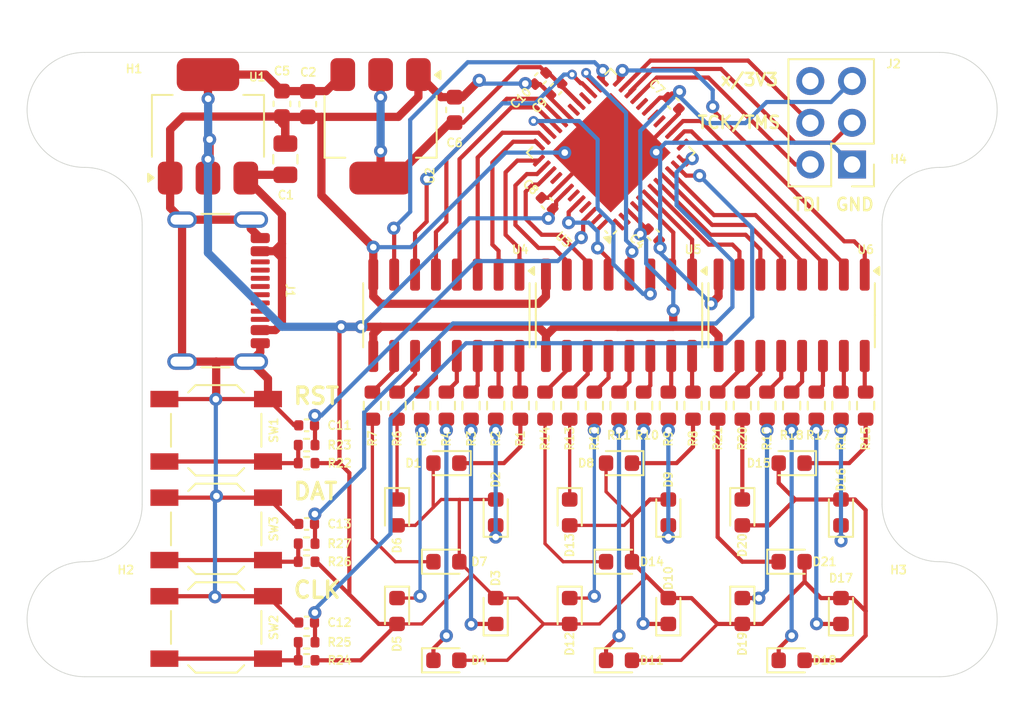
<source format=kicad_pcb>
(kicad_pcb (version 20240108) (generator "pcbnew") (generator_version "8.0")
  (layers (0 "F.Cu" signal) (31 "B.Cu" signal) (34 "B.Paste" user) (35 "F.Paste" user) (36 "B.SilkS" user "B.Silkscreen") (37 "F.SilkS" user "F.Silkscreen") (38 "B.Mask" user) (39 "F.Mask" user) (44 "Edge.Cuts" user))
  (net 0 "")
  (net 1 "GND")
  (net 2 "+3V3")
  (net 3 "Net-(D2-K)")
  (net 4 "Net-(D3-K)")
  (net 5 "Net-(D4-K)")
  (net 6 "Net-(D5-K)")
  (net 7 "Net-(D6-K)")
  (net 8 "Net-(D7-K)")
  (net 9 "Net-(D8-K)")
  (net 10 "Net-(D9-K)")
  (net 11 "Net-(D10-K)")
  (net 12 "Net-(D11-K)")
  (net 13 "Net-(D12-K)")
  (net 14 "Net-(D13-K)")
  (net 15 "Net-(D14-K)")
  (net 16 "Net-(D15-K)")
  (net 17 "Net-(D16-K)")
  (net 18 "Net-(D17-K)")
  (net 19 "Net-(D18-K)")
  (net 20 "Net-(D19-K)")
  (net 21 "Net-(D20-K)")
  (net 22 "Net-(D21-K)")
  (net 23 "Net-(R22-Pad1)")
  (net 24 "+5V")
  (net 25 "+1V8")
  (net 26 "/CLK")
  (net 27 "/DATA")
  (net 28 "/RST")
  (net 29 "Net-(D1-K)")
  (net 38 "/TMS")
  (net 40 "/TDI")
  (net 41 "/TCK")
  (net 42 "/Digit1/OUTA")
  (net 43 "/Digit1/OUTB")
  (net 44 "/Digit1/OUTC")
  (net 45 "/Digit1/OUTD")
  (net 46 "/Digit1/OUTE")
  (net 47 "/Digit1/OUTF")
  (net 48 "/Digit1/OUTG")
  (net 49 "/Digit2/OUTA")
  (net 50 "/Digit2/OUTB")
  (net 51 "/Digit2/OUTC")
  (net 52 "/Digit2/OUTD")
  (net 53 "/Digit2/OUTE")
  (net 54 "/Digit2/OUTF")
  (net 55 "/Digit2/OUTG")
  (net 56 "/Digit3/OUTA")
  (net 57 "/Digit3/OUTB")
  (net 58 "/Digit3/OUTC")
  (net 59 "/Digit3/OUTD")
  (net 60 "/Digit3/OUTE")
  (net 61 "/Digit3/OUTF")
  (net 62 "/Digit3/OUTG")
  (net 63 "Net-(R24-Pad1)")
  (net 64 "Net-(R26-Pad1)")
  (net 66 "/IN2E")
  (net 67 "/IN2G")
  (net 68 "/IN3E")
  (net 69 "/IN1G")
  (net 70 "/IN1B")
  (net 74 "/IN3G")
  (net 75 "/IN1E")
  (net 78 "/IN3B")
  (net 79 "/IN2F")
  (net 80 "/IN2A")
  (net 83 "/IN3F")
  (net 84 "/IN3D")
  (net 85 "/IN1D")
  (net 86 "/IN2D")
  (net 87 "/IN2C")
  (net 89 "/IN3A")
  (net 90 "/IN1C")
  (net 91 "/IN2B")
  (net 92 "/IN1A")
  (net 93 "/IN1F")
  (net 94 "/IN3C")
  (footprint "Resistor_SMD:R_0603_1608Metric" (layer "F.Cu") (at 138.5 68 90)
    (property "Reference" "R21")
    (property "Value" "120")
  )
  (footprint "Capacitor_SMD:C_0603_1608Metric" (layer "F.Cu") (at 122.5 50 90)
    (property "Reference" "C6")
    (property "Value" "22u")
  )
  (footprint "Resistor_SMD:R_0603_1608Metric" (layer "F.Cu") (at 122 68 90)
    (property "Reference" "R4")
    (property "Value" "120")
  )
  (footprint "Capacitor_SMD:C_0805_2012Metric" (layer "F.Cu") (at 112.207632 53 90)
    (property "Reference" "C1")
    (property "Value" "22u")
  )
  (footprint "Resistor_SMD:R_0603_1608Metric" (layer "F.Cu") (at 144.5 68 90)
    (property "Reference" "R17")
    (property "Value" "120")
  )
  (footprint "Capacitor_SMD:C_0402_1005Metric" (layer "F.Cu") (at 113.5 75.2 180)
    (property "Reference" "C13")
    (property "Value" "1u")
  )
  (footprint "LED_SMD:LED_0603_1608Metric" (layer "F.Cu") (at 125 80.5 90)
    (property "Reference" "D3")
    (property "Value" "LEDR")
  )
  (footprint "Resistor_SMD:R_0603_1608Metric" (layer "F.Cu") (at 140 68 90)
    (property "Reference" "R20")
    (property "Value" "120")
  )
  (footprint "LED_SMD:LED_0603_1608Metric" (layer "F.Cu") (at 129.5 80.5 -90)
    (property "Reference" "D12")
    (property "Value" "LEDR")
  )
  (footprint "LED_SMD:LED_0603_1608Metric" (layer "F.Cu") (at 132.5 77.5)
    (property "Reference" "D14")
    (property "Value" "LEDR")
  )
  (footprint "LED_SMD:LED_0603_1608Metric" (layer "F.Cu") (at 140 80.5 -90)
    (property "Reference" "D19")
    (property "Value" "LEDR")
  )
  (footprint "Resistor_SMD:R_0402_1005Metric" (layer "F.Cu") (at 113.5 82.4)
    (property "Reference" "R25")
    (property "Value" "10k")
  )
  (footprint "Resistor_SMD:R_0603_1608Metric" (layer "F.Cu") (at 131 68 90)
    (property "Reference" "R12")
    (property "Value" "120")
  )
  (footprint "Resistor_SMD:R_0402_1005Metric" (layer "F.Cu") (at 113.5 77.5)
    (property "Reference" "R26")
    (property "Value" "10k")
  )
  (footprint "MountingHole:MountingHole_3.2mm_M3" (layer "F.Cu") (at 100 50)
    (property "Reference" "H1")
    (property "Value" "MountingHole")
  )
  (footprint "Resistor_SMD:R_0603_1608Metric" (layer "F.Cu") (at 147.5 68 90)
    (property "Reference" "R15")
    (property "Value" "120")
  )
  (footprint "Package_DFN_QFN:QFN-48-1EP_7x7mm_P0.5mm_EP5.15x5.15mm" (layer "F.Cu") (at 132 52.6 135)
    (property "Reference" "U3")
    (property "Value" "XC2C64A-7QFG48C")
  )
  (footprint "Capacitor_SMD:C_0603_1608Metric" (layer "F.Cu") (at 113.570089 49.649684 -90)
    (property "Reference" "C2")
    (property "Value" "22u")
  )
  (footprint "Resistor_SMD:R_0603_1608Metric" (layer "F.Cu") (at 125 68 90)
    (property "Reference" "R2")
    (property "Value" "120")
  )
  (footprint "Resistor_SMD:R_0603_1608Metric" (layer "F.Cu") (at 132.5 68 90)
    (property "Reference" "R11")
    (property "Value" "120")
  )
  (footprint "LED_SMD:LED_0603_1608Metric" (layer "F.Cu") (at 119 80.5 -90)
    (property "Reference" "D5")
    (property "Value" "LEDR")
  )
  (footprint "Button_Switch_SMD:SW_SPST_TL3342" (layer "F.Cu") (at 108 75.5)
    (property "Reference" "SW3")
    (property "Value" "SW_Push")
  )
  (footprint "Capacitor_SMD:C_0402_1005Metric" (layer "F.Cu") (at 135.8 49.6 -45)
    (property "Reference" "C7")
    (property "Value" "100n")
  )
  (footprint "LED_SMD:LED_0603_1608Metric" (layer "F.Cu") (at 143 83.5)
    (property "Reference" "D18")
    (property "Value" "LEDR")
  )
  (footprint "MountingHole:MountingHole_3.2mm_M3" (layer "F.Cu") (at 152 81)
    (property "Reference" "H3")
    (property "Value" "MountingHole")
  )
  (footprint "Resistor_SMD:R_0402_1005Metric" (layer "F.Cu") (at 113.5 76.4)
    (property "Reference" "R27")
    (property "Value" "10k")
  )
  (footprint "LED_SMD:LED_0603_1608Metric" (layer "F.Cu") (at 119 74.5 -90)
    (property "Reference" "D6")
    (property "Value" "LEDR")
  )
  (footprint "Resistor_SMD:R_0603_1608Metric" (layer "F.Cu") (at 134 68 90)
    (property "Reference" "R10")
    (property "Value" "120")
  )
  (footprint "LED_SMD:LED_0603_1608Metric" (layer "F.Cu") (at 146 80.5 90)
    (property "Reference" "D17")
    (property "Value" "LEDR")
  )
  (footprint "LED_SMD:LED_0603_1608Metric" (layer "F.Cu") (at 122 83.5)
    (property "Reference" "D4")
    (property "Value" "LEDR")
  )
  (footprint "Package_TO_SOT_SMD:SOT-223-3_TabPin2" (layer "F.Cu") (at 107.5 51 90)
    (property "Reference" "U1")
    (property "Value" "AMS1117-3.3")
  )
  (footprint "Resistor_SMD:R_0402_1005Metric" (layer "F.Cu") (at 113.5 71.5)
    (property "Reference" "R22")
    (property "Value" "10k")
  )
  (footprint "LED_SMD:LED_0603_1608Metric" (layer "F.Cu") (at 135.5 74.5 90)
    (property "Reference" "D9")
    (property "Value" "LEDR")
  )
  (footprint "Connector_USB:USB_C_Receptacle_GCT_USB4105-xx-A_16P_TopMnt_Horizontal" (layer "F.Cu") (at 107 61 -90)
    (property "Reference" "J1")
    (property "Value" "USB_C_Receptacle_USB2.0_16P")
  )
  (footprint "Capacitor_SMD:C_0402_1005Metric" (layer "F.Cu") (at 127.724335 48.087832 -135)
    (property "Reference" "C10")
    (property "Value" "10u")
  )
  (footprint "Button_Switch_SMD:SW_SPST_TL3342" (layer "F.Cu") (at 108 69.5)
    (property "Reference" "SW1")
    (property "Value" "SW_Push")
  )
  (footprint "Resistor_SMD:R_0603_1608Metric" (layer "F.Cu") (at 135.5 68 90)
    (property "Reference" "R9")
    (property "Value" "120")
  )
  (footprint "LED_SMD:LED_0603_1608Metric" (layer "F.Cu") (at 143 77.5)
    (property "Reference" "D21")
    (property "Value" "LEDR")
  )
  (footprint "LED_SMD:LED_0603_1608Metric" (layer "F.Cu") (at 122 71.5 180)
    (property "Reference" "D1")
    (property "Value" "LEDR")
  )
  (footprint "LED_SMD:LED_0603_1608Metric" (layer "F.Cu") (at 122 77.5)
    (property "Reference" "D7")
    (property "Value" "LEDR")
  )
  (footprint "Resistor_SMD:R_0603_1608Metric" (layer "F.Cu") (at 119 68 90)
    (property "Reference" "R6")
    (property "Value" "120")
  )
  (footprint "Resistor_SMD:R_0603_1608Metric" (layer "F.Cu") (at 120.5 68 90)
    (property "Reference" "R5")
    (property "Value" "120")
  )
  (footprint "Resistor_SMD:R_0603_1608Metric" (layer "F.Cu") (at 123.5 68 90)
    (property "Reference" "R3")
    (property "Value" "120")
  )
  (footprint "MountingHole:MountingHole_3.2mm_M3" (layer "F.Cu") (at 152 50)
    (property "Reference" "H4")
    (property "Value" "MountingHole")
  )
  (footprint "LED_SMD:LED_0603_1608Metric" (layer "F.Cu") (at 135.5 80.5 90)
    (property "Reference" "D10")
    (property "Value" "LEDR")
  )
  (footprint "Capacitor_SMD:C_0402_1005Metric" (layer "F.Cu") (at 128.669458 48.729392 -135)
    (property "Reference" "C9")
    (property "Value" "100n")
  )
  (footprint "Connector_PinHeader_2.54mm:PinHeader_2x03_P2.54mm_Vertical" (layer "F.Cu") (at 146.675001 53.325 180)
    (property "Reference" "J2")
    (property "Value" "Conn_02x03_Odd_Even")
  )
  (footprint "Capacitor_SMD:C_0402_1005Metric" (layer "F.Cu") (at 113.5 81.2 180)
    (property "Reference" "C12")
    (property "Value" "1u")
  )
  (footprint "Resistor_SMD:R_0603_1608Metric" (layer "F.Cu") (at 117.5 68 90)
    (property "Reference" "R7")
    (property "Value" "120")
  )
  (footprint "LED_SMD:LED_0603_1608Metric" (layer "F.Cu") (at 143 71.5 180)
    (property "Reference" "D15")
    (property "Value" "LEDR")
  )
  (footprint "Capacitor_SMD:C_0402_1005Metric" (layer "F.Cu") (at 113.5 69.2 180)
    (property "Reference" "C11")
    (property "Value" "1u")
  )
  (footprint "LED_SMD:LED_0603_1608Metric" (layer "F.Cu") (at 129.5 74.5 -90)
    (property "Reference" "D13")
    (property "Value" "LEDR")
  )
  (footprint "Package_SO:SOIC-16_3.9x9.9mm_P1.27mm" (layer "F.Cu") (at 122 62.5 -90)
    (property "Reference" "U4")
    (property "Value" "ULN2003A")
  )
  (footprint "Resistor_SMD:R_0402_1005Metric" (layer "F.Cu") (at 113.5 83.5)
    (property "Reference" "R24")
    (property "Value" "10k")
  )
  (footprint "Resistor_SMD:R_0603_1608Metric" (layer "F.Cu") (at 126.5 68 90)
    (property "Reference" "R1")
    (property "Value" "120")
  )
  (footprint "LED_SMD:LED_0603_1608Metric" (layer "F.Cu") (at 146 74.5 90)
    (property "Reference" "D16")
    (property "Value" "LEDR")
  )
  (footprint "Capacitor_SMD:C_0603_1608Metric" (layer "F.Cu") (at 112 49.6312 -90)
    (property "Reference" "C5")
    (property "Value" "22u")
  )
  (footprint "Resistor_SMD:R_0603_1608Metric" (layer "F.Cu") (at 143 68 90)
    (property "Reference" "R18")
    (property "Value" "120")
  )
  (footprint "Capacitor_SMD:C_0402_1005Metric" (layer "F.Cu") (at 134.6 57.6 -45)
    (property "Reference" "C4")
    (property "Value" "100n")
  )
  (footprint "Package_TO_SOT_SMD:SOT-223-3_TabPin2" (layer "F.Cu") (at 118 51 -90)
    (property "Reference" "U2")
    (property "Value" "AMS1117-1.8")
  )
  (footprint "MountingHole:MountingHole_3.2mm_M3" (layer "F.Cu") (at 100 81)
    (property "Reference" "H2")
    (property "Value" "MountingHole")
  )
  (footprint "LED_SMD:LED_0603_1608Metric" (layer "F.Cu") (at 140 74.5 -90)
    (property "Reference" "D20")
    (property "Value" "LEDR")
  )
  (footprint "Button_Switch_SMD:SW_SPST_TL3342" (layer "F.Cu") (at 108 81.5)
    (property "Reference" "SW2")
    (property "Value" "SW_Push")
  )
  (footprint "Package_SO:SOIC-16_3.9x9.9mm_P1.27mm" (layer "F.Cu") (at 132.5 62.5 -90)
    (property "Reference" "U5")
    (property "Value" "ULN2003A")
  )
  (footprint "LED_SMD:LED_0603_1608Metric" (layer "F.Cu") (at 132.5 83.5)
    (property "Reference" "D11")
    (property "Value" "LEDR")
  )
  (footprint "Package_SO:SOIC-16_3.9x9.9mm_P1.27mm" (layer "F.Cu") (at 143 62.5 -90)
    (property "Reference" "U6")
    (property "Value" "ULN2003A")
  )
  (footprint "Resistor_SMD:R_0603_1608Metric" (layer "F.Cu") (at 129.5 68 90)
    (property "Reference" "R13")
    (property "Value" "120")
  )
  (footprint "Resistor_SMD:R_0603_1608Metric" (layer "F.Cu") (at 137 68 90)
    (property "Reference" "R8")
    (property "Value" "120")
  )
  (footprint "Capacitor_SMD:C_0402_1005Metric" (layer "F.Cu") (at 128.124335 55.687832 135)
    (property "Reference" "C8")
    (property "Value" "100n")
  )
  (footprint "LED_SMD:LED_0603_1608Metric" (layer "F.Cu") (at 132.5 71.5 180)
    (property "Reference" "D8")
    (property "Value" "LEDR")
  )
  (footprint "Resistor_SMD:R_0603_1608Metric" (layer "F.Cu") (at 141.5 68 90)
    (property "Reference" "R19")
    (property "Value" "120")
  )
  (footprint "Resistor_SMD:R_0603_1608Metric" (layer "F.Cu") (at 128 68 90)
    (property "Reference" "R14")
    (property "Value" "120")
  )
  (footprint "Resistor_SMD:R_0603_1608Metric" (layer "F.Cu") (at 146 68 90)
    (property "Reference" "R16")
    (property "Value" "120")
  )
  (footprint "Resistor_SMD:R_0402_1005Metric" (layer "F.Cu") (at 113.5 70.4)
    (property "Reference" "R23")
    (property "Value" "10k")
  )
  (footprint "LED_SMD:LED_0603_1608Metric" (layer "F.Cu") (at 125 74.5 90)
    (property "Reference" "D2")
    (property "Value" "LEDR")
  )
  (gr_line (start 152 84.5) (end 100 84.5) (stroke (width 0.05)) (layer "Edge.Cuts"))
  (gr_arc (start 100 84.5) (mid 96.5 81) (end 100 77.500001) (stroke (width 0.05)) (layer "Edge.Cuts"))
  (gr_arc (start 100 53.500001) (mid 102.474873 54.525127) (end 103.499999 57) (stroke (width 0.05)) (layer "Edge.Cuts"))
  (gr_arc (start 100 53.5) (mid 96.5 50) (end 100 46.500001) (stroke (width 0.05)) (layer "Edge.Cuts"))
  (gr_arc (start 152 77.499999) (mid 149.525127 76.474873) (end 148.500001 74) (stroke (width 0.05)) (layer "Edge.Cuts"))
  (gr_arc (start 103.499999 74.000002) (mid 102.474873 76.474875) (end 100 77.500001) (stroke (width 0.05)) (layer "Edge.Cuts"))
  (gr_arc (start 152 46.5) (mid 155.5 50) (end 152 53.5) (stroke (width 0.05)) (layer "Edge.Cuts"))
  (gr_arc (start 152 77.5) (mid 155.5 81) (end 152 84.5) (stroke (width 0.05)) (layer "Edge.Cuts"))
  (gr_line (start 100 46.500001) (end 152 46.5) (stroke (width 0.05)) (layer "Edge.Cuts"))
  (gr_arc (start 148.500001 57) (mid 149.525127 54.525127) (end 152 53.500001) (stroke (width 0.05)) (layer "Edge.Cuts"))
  (gr_line (start 148.500001 74) (end 148.500001 57) (stroke (width 0.05)) (layer "Edge.Cuts"))
  (gr_line (start 103.499999 57) (end 103.499999 74.000002) (stroke (width 0.05)) (layer "Edge.Cuts"))
  (gr_text "RST" (at 112.6 68 0) (layer "F.SilkS") (effects (font (size 1 1) (thickness 0.2) (bold yes)) (justify left bottom)))
  (gr_text "TCK/TMS" (at 137.2 51.2 0) (layer "F.SilkS") (effects (font (size 0.75 0.75) (thickness 0.15) (bold yes)) (justify left bottom)))
  (gr_text "CLK" (at 112.6 79.8 0) (layer "F.SilkS") (effects (font (size 1 1) (thickness 0.2) (bold yes)) (justify left bottom)))
  (gr_text "GND" (at 145.6 56.2 0) (layer "F.SilkS") (effects (font (size 0.75 0.75) (thickness 0.15) (bold yes)) (justify left bottom)))
  (gr_text "x/3V3" (at 138.6 48.6 0) (layer "F.SilkS") (effects (font (size 0.75 0.75) (thickness 0.15) (bold yes)) (justify left bottom)))
  (gr_text "TDI" (at 143 56.2 0) (layer "F.SilkS") (effects (font (size 0.75 0.75) (thickness 0.15) (bold yes)) (justify left bottom)))
  (gr_text "DAT" (at 112.6 73.8 0) (layer "F.SilkS") (effects (font (size 1 1) (thickness 0.2) (bold yes)) (justify left bottom)))
  (segment (start 118 61.8) (end 127.6 61.8) (width 0.5) (layer "F.Cu") (net 1))
  (segment (start 105.925 56.68) (end 110.105 56.68) (width 0.5) (layer "F.Cu") (net 1))
  (segment (start 112 50.807654) (end 112 50.4062) (width 0.5) (layer "F.Cu") (net 1))
  (segment (start 111.15 67.6) (end 107.986124 67.6) (width 0.254) (layer "F.Cu") (net 1))
  (segment (start 127.784924 55.348421) (end 128.190918 55.348421) (width 0.254) (layer "F.Cu") (net 1))
  (segment (start 119.075316 50.424684) (end 120.3 49.2) (width 0.5) (layer "F.Cu") (net 1))
  (segment (start 129.943617 53.538009) (end 130.00133 53.538009) (width 0.254) (layer "F.Cu") (net 1))
  (segment (start 110.105 65.32) (end 108 65.32) (width 0.5) (layer "F.Cu") (net 1))
  (segment (start 127.384924 48.427243) (end 126.827243 48.427243) (width 0.254) (layer "F.Cu") (net 1))
  (segment (start 127.6 61.8) (end 128.055 61.345) (width 0.5) (layer "F.Cu") (net 1))
  (segment (start 136.139411 49.939411) (end 136.139411 50.228356) (width 0.254) (layer "F.Cu") (net 1))
  (segment (start 107.977747 67.608377) (end 108 67.586124) (width 0.5) (layer "F.Cu") (net 1))
  (segment (start 112.192346 51) (end 112 50.807654) (width 0.5) (layer "F.Cu") (net 1))
  (segment (start 107.977747 67.608377) (end 107.96937 67.6) (width 0.254) (layer "F.Cu") (net 1))
  (segment (start 112.75 81.2) (end 111.15 79.6) (width 0.254) (layer "F.Cu") (net 1))
  (segment (start 133.767767 52.6) (end 132 52.6) (width 0.254) (layer "F.Cu") (net 1))
  (segment (start 111.15 67.6) (end 111.15 66.365) (width 0.5) (layer "F.Cu") (net 1))
  (segment (start 112.207632 50.613832) (end 112 50.4062) (width 0.5) (layer "F.Cu") (net 1))
  (segment (start 111.15 66.365) (end 110.105 65.32) (width 0.5) (layer "F.Cu") (net 1))
  (segment (start 134.939411 57.939411) (end 134.939411 58.339411) (width 0.254) (layer "F.Cu") (net 1))
  (segment (start 130.939339 52.6) (end 132 52.6) (width 0.254) (layer "F.Cu") (net 1))
  (segment (start 105.925 56.68) (end 105.2 55.955) (width 0.5) (layer "F.Cu") (net 1))
  (segment (start 112 50.4062) (end 112.018484 50.424684) (width 0.5) (layer "F.Cu") (net 1))
  (segment (start 128.330047 49.068803) (end 128.330047 49.283599) (width 0.254) (layer "F.Cu") (net 1))
  (segment (start 117.555 60.025) (end 117.555 58.355) (width 0.5) (layer "F.Cu") (net 1))
  (segment (start 129.943617 53.595722) (end 129.943617 53.538009) (width 0.254) (layer "F.Cu") (net 1))
  (segment (start 122.975 49.225) (end 124 48.2) (width 0.5) (layer "F.Cu") (net 1))
  (segment (start 136.139411 50.228356) (end 135.314563 51.053204) (width 0.254) (layer "F.Cu") (net 1))
  (segment (start 113.02 69.2) (end 112.75 69.2) (width 0.254) (layer "F.Cu") (net 1))
  (segment (start 122.5 49.225) (end 122.975 49.225) (width 0.5) (layer "F.Cu") (net 1))
  (segment (start 105.2 55.955) (end 105.2 54.15) (width 0.5) (layer "F.Cu") (net 1))
  (segment (start 107.926792 79.633747) (end 107.893045 79.6) (width 0.254) (layer "F.Cu") (net 1))
  (segment (start 108.10955 73.6) (end 108.015963 73.506413) (width 0.254) (layer "F.Cu") (net 1))
  (segment (start 128.190918 55.348421) (end 129.03899 54.500349) (width 0.254) (layer "F.Cu") (net 1))
  (segment (start 129.03899 54.500349) (end 129.943617 53.595722) (width 0.254) (layer "F.Cu") (net 1))
  (segment (start 107.922376 73.6) (end 104.85 73.6) (width 0.254) (layer "F.Cu") (net 1))
  (segment (start 121.675 49.225) (end 120.3 47.85) (width 0.5) (layer "F.Cu") (net 1))
  (segment (start 127.688487 48.427243) (end 128.330047 49.068803) (width 0.254) (layer "F.Cu") (net 1))
  (segment (start 112.75 69.2) (end 111.15 67.6) (width 0.254) (layer "F.Cu") (net 1))
  (segment (start 114.4 55.2) (end 114.4 50.424684) (width 0.5) (layer "F.Cu") (net 1))
  (segment (start 112.75 75.2) (end 111.15 73.6) (width 0.254) (layer "F.Cu") (net 1))
  (segment (start 112.207632 52.050001) (end 112.207632 50.613832) (width 0.5) (layer "F.Cu") (net 1))
  (segment (start 138.555 61.343842) (end 138.555 60.025) (width 0.5) (layer "F.Cu") (net 1))
  (segment (start 129.392544 50.346097) (end 131.646447 52.6) (width 0.254) (layer "F.Cu") (net 1))
  (segment (start 117.555 60.025) (end 117.555 61.355) (width 0.5) (layer "F.Cu") (net 1))
  (segment (start 111.15 73.6) (end 108.10955 73.6) (width 0.254) (layer "F.Cu") (net 1))
  (segment (start 112.192346 50.598546) (end 112.192346 51) (width 0.5) (layer "F.Cu") (net 1))
  (segment (start 113.02 81.2) (end 112.75 81.2) (width 0.254) (layer "F.Cu") (net 1))
  (segment (start 111.15 79.6) (end 107.960539 79.6) (width 0.254) (layer "F.Cu") (net 1))
  (segment (start 138.098842 61.8) (end 138.555 61.343842) (width 0.5) (layer "F.Cu") (net 1))
  (segment (start 107.986124 67.6) (end 107.977747 67.608377) (width 0.254) (layer "F.Cu") (net 1))
  (segment (start 108 67.586124) (end 108 65.32) (width 0.5) (layer "F.Cu") (net 1))
  (segment (start 135.314563 51.053204) (end 133.767767 52.6) (width 0.254) (layer "F.Cu") (net 1))
  (segment (start 112 50.4062) (end 105.9938 50.4062) (width 0.5) (layer "F.Cu") (net 1))
  (segment (start 126.827243 48.427243) (end 126.8 48.4) (width 0.254) (layer "F.Cu") (net 1))
  (segment (start 122.5 49.225) (end 121.675 49.225) (width 0.5) (layer "F.Cu") (net 1))
  (segment (start 107.960539 79.6) (end 107.926792 79.633747) (width 0.254) (layer "F.Cu") (net 1))
  (segment (start 110.68 64.2) (end 110.68 64.745) (width 0.5) (layer "F.Cu") (net 1))
  (segment (start 110.105 57.225) (end 110.68 57.8) (width 0.5) (layer "F.Cu") (net 1))
  (segment (start 120.3 49.2) (end 120.3 47.85) (width 0.5) (layer "F.Cu") (net 1))
  (segment (start 110.68 64.745) (end 110.105 65.32) (width 0.5) (layer "F.Cu") (net 1))
  (segment (start 105.9938 50.4062) (end 105.2 51.2) (width 0.5) (layer "F.Cu") (net 1))
  (segment (start 105.925 56.68) (end 105.348262 56.68) (width 0.5) (layer "F.Cu") (net 1))
  (segment (start 117.555 61.355) (end 118 61.8) (width 0.5) (layer "F.Cu") (net 1))
  (segment (start 130.00133 53.538009) (end 130.939339 52.6) (width 0.254) (layer "F.Cu") (net 1))
  (segment (start 117.555 58.355) (end 114.4 55.2) (width 0.5) (layer "F.Cu") (net 1))
  (segment (start 107.893045 79.6) (end 104.85 79.6) (width 0.254) (layer "F.Cu") (net 1))
  (segment (start 128.055 61.345) (end 128.055 60.025) (width 0.5) (layer "F.Cu") (net 1))
  (segment (start 107.96937 67.6) (end 104.85 67.6) (width 0.254) (layer "F.Cu") (net 1))
  (segment (start 131.646447 52.6) (end 132 52.6) (width 0.254) (layer "F.Cu") (net 1))
  (segment (start 134.939411 58.339411) (end 135 58.4) (width 0.254) (layer "F.Cu") (net 1))
  (segment (start 114.4 50.424684) (end 119.075316 50.424684) (width 0.5) (layer "F.Cu") (net 1))
  (segment (start 112 50.4062) (end 112.192346 50.598546) (width 0.5) (layer "F.Cu") (net 1))
  (segment (start 108.015963 73.506413) (end 107.922376 73.6) (width 0.254) (layer "F.Cu") (net 1))
  (segment (start 113.02 75.2) (end 112.75 75.2) (width 0.254) (layer "F.Cu") (net 1))
  (segment (start 128.330047 49.283599) (end 129.392545 50.346097) (width 0.254) (layer "F.Cu") (net 1))
  (segment (start 112.192346 51) (end 112.192346 52.034715) (width 0.5) (layer "F.Cu") (net 1))
  (segment (start 105.2 51.2) (end 105.2 54.15) (width 0.5) (layer "F.Cu") (net 1))
  (segment (start 127.384924 48.427243) (end 127.688487 48.427243) (width 0.254) (layer "F.Cu") (net 1))
  (segment (start 112.192346 52.034715) (end 112.207632 52.050001) (width 0.5) (layer "F.Cu") (net 1))
  (segment (start 105.925 65.32) (end 105.925 56.68) (width 0.5) (layer "F.Cu") (net 1))
  (segment (start 108 65.32) (end 105.925 65.32) (width 0.5) (layer "F.Cu") (net 1))
  (segment (start 112.018484 50.424684) (end 114.4 50.424684) (width 0.5) (layer "F.Cu") (net 1))
  (segment (start 110.105 56.68) (end 110.105 57.225) (width 0.5) (layer "F.Cu") (net 1))
  (via (at 107.977747 67.608377) (size 0.8) (drill 0.4) (layers "F.Cu" "B.Cu") (net 1))
  (via (at 135 58.4) (size 0.8) (drill 0.4) (layers "F.Cu" "B.Cu") (net 1))
  (via (at 138.098842 61.8) (size 0.8) (drill 0.4) (layers "F.Cu" "B.Cu") (net 1))
  (via (at 129.2 52.6) (size 0.8) (drill 0.4) (layers "F.Cu" "B.Cu") (net 1))
  (via (at 107.926792 79.633747) (size 0.8) (drill 0.4) (layers "F.Cu" "B.Cu") (net 1))
  (via (at 134.762442 52.57324) (size 0.8) (drill 0.4) (layers "F.Cu" "B.Cu") (net 1))
  (via (at 108.015963 73.506413) (size 0.8) (drill 0.4) (layers "F.Cu" "B.Cu") (net 1))
  (via (at 126.8 48.4) (size 0.8) (drill 0.4) (layers "F.Cu" "B.Cu") (net 1))
  (via (at 117.555 58.355) (size 0.8) (drill 0.4) (layers "F.Cu" "B.Cu") (net 1))
  (via (at 124 48.2) (size 0.8) (drill 0.4) (layers "F.Cu" "B.Cu") (net 1))
  (segment (start 107.926792 73.595584) (end 108.015963 73.506413) (width 0.254) (layer "B.Cu") (net 1))
  (segment (start 134.762442 52.57324) (end 135.335682 52) (width 0.254) (layer "B.Cu") (net 1))
  (segment (start 125.6 52.6) (end 119.845 58.355) (width 0.254) (layer "B.Cu") (net 1))
  (segment (start 135.335682 52) (end 145.350001 52) (width 0.254) (layer "B.Cu") (net 1))
  (segment (start 107.977747 73.468197) (end 107.977747 67.608377) (width 0.254) (layer "B.Cu") (net 1))
  (segment (start 119.845 58.355) (end 117.555 58.355) (width 0.254) (layer "B.Cu") (net 1))
  (segment (start 129.2 52.6) (end 125.6 52.6) (width 0.254) (layer "B.Cu") (net 1))
  (segment (start 107.926792 79.633747) (end 107.926792 73.595584) (width 0.254) (layer "B.Cu") (net 1))
  (segment (start 108.015963 73.506413) (end 107.977747 73.468197) (width 0.254) (layer "B.Cu") (net 1))
  (segment (start 124.2 48.4) (end 124 48.2) (width 0.254) (layer "B.Cu") (net 1))
  (segment (start 135 58.4) (end 135 58.701158) (width 0.254) (layer "B.Cu") (net 1))
  (segment (start 126.8 48.4) (end 124.2 48.4) (width 0.254) (layer "B.Cu") (net 1))
  (segment (start 145.350001 52) (end 146.675001 53.325) (width 0.254) (layer "B.Cu") (net 1))
  (segment (start 135 58.701158) (end 138.098842 61.8) (width 0.254) (layer "B.Cu") (net 1))
  (segment (start 134.762442 52.57324) (end 135 52.810798) (width 0.254) (layer "B.Cu") (net 1))
  (segment (start 135 52.810798) (end 135 58.4) (width 0.254) (layer "B.Cu") (net 1))
  (segment (start 127.912499 81.287501) (end 129.5 81.287501) (width 0.2) (layer "F.Cu") (net 2))
  (segment (start 122.8 73.712499) (end 121.687501 73.712499) (width 0.2) (layer "F.Cu") (net 2))
  (segment (start 125.7 83.5) (end 127.912499 81.287501) (width 0.2) (layer "F.Cu") (net 2))
  (segment (start 120.512499 81.287501) (end 123.443751 78.356249) (width 0.2) (layer "F.Cu") (net 2))
  (segment (start 119 75.287501) (end 120.112499 75.287501) (width 0.2) (layer "F.Cu") (net 2))
  (segment (start 114.6938 48.8562) (end 115.7 47.85) (width 0.5) (layer "F.Cu") (net 2))
  (segment (start 138 63.2) (end 138.555 63.755) (width 0.5) (layer "F.Cu") (net 2))
  (segment (start 119 81.287501) (end 120.512499 81.287501) (width 0.2) (layer "F.Cu") (net 2))
  (segment (start 107.6 51.8) (end 107.6 52.9) (width 0.5) (layer "F.Cu") (net 2))
  (segment (start 107.6 52.9) (end 107.5 53) (width 0.5) (layer "F.Cu") (net 2))
  (segment (start 118 63.2) (end 116.8 63.2) (width 0.5) (layer "F.Cu") (net 2))
  (segment (start 134.185715 57.260589) (end 134.260589 57.260589) (width 0.254) (layer "F.Cu") (net 2))
  (segment (start 136.067675 49) (end 135.721178 49) (width 0.254) (layer "F.Cu") (net 2))
  (segment (start 134.985858 49.260589) (end 135.460589 49.260589) (width 0.254) (layer "F.Cu") (net 2))
  (segment (start 133.287501 77.5) (end 133.287501 74.812499) (width 0.254) (layer "F.Cu") (net 2))
  (segment (start 116.1 79.5) (end 117.887501 81.287501) (width 0.254) (layer "F.Cu") (net 2))
  (segment (start 131.312499 81.287501) (end 134.193751 78.406249) (width 0.2) (layer "F.Cu") (net 2))
  (segment (start 134.253903 49.992544) (end 134.985858 49.260589) (width 0.254) (layer "F.Cu") (net 2))
  (segment (start 134.087336 57.260589) (end 133.793822 57.554103) (width 0.254) (layer "F.Cu") (net 2))
  (segment (start 127.912499 81.287501) (end 126.337497 79.712499) (width 0.2) (layer "F.Cu") (net 2))
  (segment (start 128.463746 56.336254) (end 128.2 56.6) (width 0.254) (layer "F.Cu") (net 2))
  (segment (start 114.01 77.5) (end 114.1 77.5) (width 0.254) (layer "F.Cu") (net 2))
  (segment (start 134.193751 78.406249) (end 133.287501 77.5) (width 0.254) (layer "F.Cu") (net 2))
  (segment (start 136.275002 83.5) (end 138.487501 81.287501) (width 0.2) (layer "F.Cu") (net 2))
  (segment (start 121.2 74.2) (end 121.2 71.512499) (width 0.2) (layer "F.Cu") (net 2))
  (segment (start 147.5 80.5) (end 146.712499 79.712499) (width 0.254) (layer "F.Cu") (net 2))
  (segment (start 132.812499 75.287501) (end 133.287501 74.812499) (width 0.2) (layer "F.Cu") (net 2))
  (segment (start 117.555 63.645) (end 118 63.2) (width 0.5) (layer "F.Cu") (net 2))
  (segment (start 112 48.8562) (end 114.6938 48.8562) (width 0.5) (layer "F.Cu") (net 2))
  (segment (start 120.112499 75.287501) (end 121.2 74.2) (width 0.2) (layer "F.Cu") (net 2))
  (segment (start 107.5 47.850001) (end 107.5 49.312729) (width 0.5) (layer "F.Cu") (net 2))
  (segment (start 115.5 71.5) (end 116.1 72.1) (width 0.254) (layer "F.Cu") (net 2))
  (segment (start 134.260589 57.260589) (end 134.087336 57.260589) (width 0.254) (layer "F.Cu") (net 2))
  (segment (start 132.4 63.2) (end 135.8 63.2) (width 0.5) (layer "F.Cu") (net 2))
  (segment (start 128.6 63.2) (end 132.4 63.2) (width 0.5) (layer "F.Cu") (net 2))
  (segment (start 131.712499 73.237497) (end 133.287501 74.812499) (width 0.2) (layer "F.Cu") (net 2))
  (segment (start 146 73.712499) (end 143.212499 73.712499) (width 0.254) (layer "F.Cu") (net 2))
  (segment (start 122.787501 77.5) (end 123.443751 78.156249) (width 0.2) (layer "F.Cu") (net 2))
  (segment (start 143.212499 73.712499) (end 142.212499 72.712499) (width 0.254) (layer "F.Cu") (net 2))
  (segment (start 121.2 71.512499) (end 121.212499 71.5) (width 0.2) (layer "F.Cu") (net 2))
  (segment (start 133.193243 56.268117) (end 134.185715 57.260589) (width 0.254) (layer "F.Cu") (net 2))
  (segment (start 123.443751 78.356249) (end 123.443751 78.156249) (width 0.2) (layer "F.Cu") (net 2))
  (segment (start 146 83.5) (end 147.5 82) (width 0.254) (layer "F.Cu") (net 2))
  (segment (start 128.145 63.655) (end 128.6 63.2) (width 0.5) (layer "F.Cu") (net 2))
  (segment (start 147.5 74.356249) (end 146.85625 73.712499) (width 0.254) (layer "F.Cu") (net 2))
  (segment (start 138.487501 81.287501) (end 136.912499 79.712499) (width 0.254) (layer "F.Cu") (net 2))
  (segment (start 110.993801 47.850001) (end 112 48.8562) (width 0.5) (layer "F.Cu") (net 2))
  (segment (start 114.01 83.5) (end 116.787501 83.5) (width 0.254) (layer "F.Cu") (net 2))
  (segment (start 143.787501 83.5) (end 146 83.5) (width 0.254) (layer "F.Cu") (net 2))
  (segment (start 129.5 75.287501) (end 132.812499 75.287501) (width 0.2) (layer "F.Cu") (net 2))
  (segment (start 140 81.287501) (end 141.212499 81.287501) (width 0.254) (layer "F.Cu") (net 2))
  (segment (start 135.8 63.2) (end 135.8 62.2) (width 0.5) (layer "F.Cu") (net 2))
  (segment (start 117.555 64.975) (end 117.555 63.645) (width 0.5) (layer "F.Cu") (net 2))
  (segment (start 128.673871 55.817118) (end 128.673871 55.572576) (width 0.254) (layer "F.Cu") (net 2))
  (segment (start 114.1 77.5) (end 116.1 79.5) (width 0.254) (layer "F.Cu") (net 2))
  (segment (start 132.4 63.2) (end 138 63.2) (width 0.5) (layer "F.Cu") (net 2))
  (segment (start 144.787501 79.712499) (end 143.787501 78.712499) (width 0.254) (layer "F.Cu") (net 2))
  (segment (start 107.5 49.312729) (end 107.509957 49.322686) (width 0.5) (layer "F.Cu") (net 2))
  (segment (start 134.387501 73.712499) (end 135.5 73.712499) (width 0.254) (layer "F.Cu") (net 2))
  (segment (start 129.5 81.287501) (end 131.312499 81.287501) (width 0.2) (layer "F.Cu") (net 2))
  (segment (start 140 75.287501) (end 141.637497 75.287501) (width 0.254) (layer "F.Cu") (net 2))
  (segment (start 123.443751 78.156249) (end 125 79.712499) (width 0.2) (layer "F.Cu") (net 2))
  (segment (start 122.787501 73.724998) (end 122.8 73.712499) (width 0.2) (layer "F.Cu") (net 2))
  (segment (start 127.6 63.2) (end 128.055 63.655) (width 0.5) (layer "F.Cu") (net 2))
  (segment (start 146.712499 79.712499) (end 146 79.712499) (width 0.254) (layer "F.Cu") (net 2))
  (segment (start 135.5 79.712499) (end 134.193751 78.406249) (width 0.254) (layer "F.Cu") (net 2))
  (segment (start 147.5 82) (end 147.5 80.5) (width 0.254) (layer "F.Cu") (net 2))
  (segment (start 126.337497 79.712499) (end 125 79.712499) (width 0.2) (layer "F.Cu") (net 2))
  (segment (start 133.287501 74.812499) (end 134.387501 73.712499) (width 0.254) (layer "F.Cu") (net 2))
  (segment (start 122.787501 83.5) (end 125.7 83.5) (width 0.2) (layer "F.Cu") (net 2))
  (segment (start 140 81.287501) (end 138.487501 81.287501) (width 0.254) (layer "F.Cu") (net 2))
  (segment (start 142.212499 72.712499) (end 142.212499 71.5) (width 0.254) (layer "F.Cu") (net 2))
  (segment (start 115.5 63.3) (end 115.6 63.2) (width 0.254) (layer "F.Cu") (net 2))
  (segment (start 143.212499 73.712499) (end 142.212499 74.712499) (width 0.254) (layer "F.Cu") (net 2))
  (segment (start 122.787501 77.5) (end 122.787501 73.724998) (width 0.2) (layer "F.Cu") (net 2))
  (segment (start 121.687501 73.712499) (end 121.2 74.2) (width 0.2) (layer "F.Cu") (net 2))
  (segment (start 115.5 71.5) (end 115.5 63.3) (width 0.254) (layer "F.Cu") (net 2))
  (segment (start 116.787501 83.5) (end 119 81.287501) (width 0.254) (layer "F.Cu") (net 2))
  (segment (start 131.712499 71.5) (end 131.712499 73.237497) (width 0.2) (layer "F.Cu") (net 2))
  (segment (start 146.85625 73.712499) (end 146 73.712499) (width 0.254) (layer "F.Cu") (net 2))
  (segment (start 117.887501 81.287501) (end 119 81.287501) (width 0.254) (layer "F.Cu") (net 2))
  (segment (start 141.637497 75.287501) (end 142.212499 74.712499) (width 0.254) (layer "F.Cu") (net 2))
  (segment (start 107.5 53) (end 107.5 54.149999) (width 0.5) (layer "F.Cu") (net 2))
  (segment (start 146 79.712499) (end 144.787501 79.712499) (width 0.254) (layer "F.Cu") (net 2))
  (segment (start 128.055 63.655) (end 128.055 64.975) (width 0.5) (layer "F.Cu") (net 2))
  (segment (start 116.1 72.1) (end 116.1 79.5) (width 0.254) (layer "F.Cu") (net 2))
  (segment (start 125 73.712499) (end 122.8 73.712499) (width 0.2) (layer "F.Cu") (net 2))
  (segment (start 136.309253 48.758422) (end 136.067675 49) (width 0.254) (layer "F.Cu") (net 2))
  (segment (start 128.673871 55.572576) (end 129.392544 54.853903) (width 0.254) (layer "F.Cu") (net 2))
  (segment (start 138.555 63.755) (end 138.555 64.975) (width 0.5) (layer "F.Cu") (net 2))
  (segment (start 133.287501 83.5) (end 136.275002 83.5) (width 0.2) (layer "F.Cu") (net 2))
  (segment (start 116.8 63.2) (end 115.6 63.2) (width 0.5) (layer "F.Cu") (net 2))
  (segment (start 128.463746 56.027243) (end 128.673871 55.817118) (width 0.254) (layer "F.Cu") (net 2))
  (segment (start 114.01 71.5) (end 115.5 71.5) (width 0.254) (layer "F.Cu") (net 2))
  (segment (start 141.212499 81.287501) (end 143.787501 78.712499) (width 0.254) (layer "F.Cu") (net 2))
  (segment (start 107.5 47.850001) (end 110.993801 47.850001) (width 0.5) (layer "F.Cu") (net 2))
  (segment (start 135.721178 49) (end 135.460589 49.260589) (width 0.254) (layer "F.Cu") (net 2))
  (segment (start 118 63.2) (end 127.6 63.2) (width 0.5) (layer "F.Cu") (net 2))
  (segment (start 147.5 80.5) (end 147.5 74.356249) (width 0.254) (layer "F.Cu") (net 2))
  (segment (start 128.463746 56.027243) (end 128.463746 56.336254) (width 0.254) (layer "F.Cu") (net 2))
  (segment (start 136.912499 79.712499) (end 135.5 79.712499) (width 0.254) (layer "F.Cu") (net 2))
  (segment (start 128.055 63.655) (end 128.145 63.655) (width 0.5) (layer "F.Cu") (net 2))
  (segment (start 143.787501 78.712499) (end 143.787501 77.5) (width 0.254) (layer "F.Cu") (net 2))
  (via (at 116.8 63.2) (size 0.8) (drill 0.4) (layers "F.Cu" "B.Cu") (net 2))
  (via (at 107.5 53) (size 0.8) (drill 0.4) (layers "F.Cu" "B.Cu") (net 2))
  (via (at 107.6 51.8) (size 0.8) (drill 0.4) (layers "F.Cu" "B.Cu") (net 2))
  (via (at 115.6 63.2) (size 0.8) (drill 0.4) (layers "F.Cu" "B.Cu") (net 2))
  (via (at 136.181572 48.886103) (size 0.8) (drill 0.4) (layers "F.Cu" "B.Cu") (net 2))
  (via (at 133.793822 57.554103) (size 0.8) (drill 0.4) (layers "F.Cu" "B.Cu") (net 2))
  (via (at 135.8 62.2) (size 0.8) (drill 0.4) (layers "F.Cu" "B.Cu") (net 2))
  (via (at 128.2 56.6) (size 0.8) (drill 0.4) (layers "F.Cu" "B.Cu") (net 2))
  (via (at 107.509957 49.322686) (size 0.8) (drill 0.4) (layers "F.Cu" "B.Cu") (net 2))
  (segment (start 136.181572 48.886103) (end 136.181572 49.181572) (width 0.254) (layer "B.Cu") (net 2))
  (segment (start 137.8 50.8) (end 140.2 50.8) (width 0.254) (layer "B.Cu") (net 2))
  (segment (start 128.2 56.6) (end 123.4 56.6) (width 0.254) (layer "B.Cu") (net 2))
  (segment (start 145.401274 49.518728) (end 146.675001 48.245001) (width 0.254) (layer "B.Cu") (net 2))
  (segment (start 136.181572 49.181572) (end 137.8 50.8) (width 0.254) (layer "B.Cu") (net 2))
  (segment (start 141.481272 49.518728) (end 145.401274 49.518728) (width 0.254) (layer "B.Cu") (net 2))
  (segment (start 107.509957 52.990043) (end 107.509957 51.890043) (width 0.5) (layer "B.Cu") (net 2))
  (segment (start 107.509957 51.890043) (end 107.6 51.8) (width 0.5) (layer "B.Cu") (net 2))
  (segment (start 107.5 53) (end 107.5 58.7) (width 0.5) (layer "B.Cu") (net 2))
  (segment (start 107.5 58.7) (end 112 63.2) (width 0.5) (layer "B.Cu") (net 2))
  (segment (start 135.8 61) (end 134.149866 59.349866) (width 0.254) (layer "B.Cu") (net 2))
  (segment (start 135.8 62.2) (end 135.8 61) (width 0.254) (layer "B.Cu") (net 2))
  (segment (start 140.2 50.8) (end 141.481272 49.518728) (width 0.254) (layer "B.Cu") (net 2))
  (segment (start 123.4 56.6) (end 116.8 63.2) (width 0.254) (layer "B.Cu") (net 2))
  (segment (start 112 63.2) (end 115.6 63.2) (width 0.5) (layer "B.Cu") (net 2))
  (segment (start 134.149866 57.949866) (end 133.8 57.6) (width 0.254) (layer "B.Cu") (net 2))
  (segment (start 107.6 51.8) (end 107.509957 51.709957) (width 0.5) (layer "B.Cu") (net 2))
  (segment (start 107.5 53) (end 107.509957 52.990043) (width 0.5) (layer "B.Cu") (net 2))
  (segment (start 134.149866 59.349866) (end 134.149866 57.949866) (width 0.254) (layer "B.Cu") (net 2))
  (segment (start 133.793822 51.273853) (end 133.793822 57.554103) (width 0.254) (layer "B.Cu") (net 2))
  (segment (start 115.6 63.2) (end 116.8 63.2) (width 0.5) (layer "B.Cu") (net 2))
  (segment (start 136.181572 48.886103) (end 133.793822 51.273853) (width 0.254) (layer "B.Cu") (net 2))
  (segment (start 107.509957 51.709957) (end 107.509957 49.322686) (width 0.5) (layer "B.Cu") (net 2))
  (segment (start 125 75.287501) (end 125 76) (width 0.254) (layer "F.Cu") (net 3))
  (segment (start 125 68.825) (end 125 69.5) (width 0.254) (layer "F.Cu") (net 3))
  (via (at 125 76) (size 0.8) (drill 0.4) (layers "F.Cu" "B.Cu") (net 3))
  (via (at 125 69.5) (size 0.8) (drill 0.4) (layers "F.Cu" "B.Cu") (net 3))
  (segment (start 125 76) (end 125 69.5) (width 0.254) (layer "B.Cu") (net 3))
  (segment (start 123.5 68.825) (end 123.5 69.5) (width 0.254) (layer "F.Cu") (net 4))
  (segment (start 125 81.287501) (end 123.523894 81.287501) (width 0.254) (layer "F.Cu") (net 4))
  (segment (start 123.523894 81.287501) (end 123.508302 81.303093) (width 0.254) (layer "F.Cu") (net 4))
  (via (at 123.5 69.5) (size 0.8) (drill 0.4) (layers "F.Cu" "B.Cu") (net 4))
  (via (at 123.508302 81.303093) (size 0.8) (drill 0.4) (layers "F.Cu" "B.Cu") (net 4))
  (segment (start 123.5 81.294791) (end 123.508302 81.303093) (width 0.254) (layer "B.Cu") (net 4))
  (segment (start 123.5 69.5) (end 123.5 81.294791) (width 0.254) (layer "B.Cu") (net 4))
  (segment (start 122 68.825) (end 122 69.5) (width 0.254) (layer "F.Cu") (net 5))
  (segment (start 121.212499 83.5) (end 121.212499 82.787501) (width 0.254) (layer "F.Cu") (net 5))
  (segment (start 121.212499 82.787501) (end 122 82) (width 0.254) (layer "F.Cu") (net 5))
  (via (at 122 69.5) (size 0.8) (drill 0.4) (layers "F.Cu" "B.Cu") (net 5))
  (via (at 122 82) (size 0.8) (drill 0.4) (layers "F.Cu" "B.Cu") (net 5))
  (segment (start 122 82) (end 122 69.5) (width 0.254) (layer "B.Cu") (net 5))
  (segment (start 119 79.712499) (end 120.287501 79.712499) (width 0.2) (layer "F.Cu") (net 6))
  (segment (start 120.287501 79.712499) (end 120.4 79.6) (width 0.2) (layer "F.Cu") (net 6))
  (segment (start 120.5 68.825) (end 120.5 69.5) (width 0.254) (layer "F.Cu") (net 6))
  (via (at 120.4 79.6) (size 0.8) (drill 0.4) (layers "F.Cu" "B.Cu") (net 6))
  (via (at 120.5 69.5) (size 0.8) (drill 0.4) (layers "F.Cu" "B.Cu") (net 6))
  (segment (start 120.4 79.6) (end 120.4 69.6) (width 0.2) (layer "B.Cu") (net 6))
  (segment (start 120.4 69.6) (end 120.5 69.5) (width 0.2) (layer "B.Cu") (net 6))
  (segment (start 119 73.712499) (end 119 68.825) (width 0.2) (layer "F.Cu") (net 7))
  (segment (start 121.212499 77.5) (end 118.9 77.5) (width 0.2) (layer "F.Cu") (net 8))
  (segment (start 117.5 76.1) (end 117.5 68.825) (width 0.2) (layer "F.Cu") (net 8))
  (segment (start 118.9 77.5) (end 117.5 76.1) (width 0.2) (layer "F.Cu") (net 8))
  (segment (start 137 68.825) (end 137 70.5) (width 0.254) (layer "F.Cu") (net 9))
  (segment (start 137 70.5) (end 136 71.5) (width 0.254) (layer "F.Cu") (net 9))
  (segment (start 136 71.5) (end 133.287501 71.5) (width 0.254) (layer "F.Cu") (net 9))
  (segment (start 135.5 75.287501) (end 135.5 76) (width 0.254) (layer "F.Cu") (net 10))
  (segment (start 135.5 68.825) (end 135.5 69.5) (width 0.254) (layer "F.Cu") (net 10))
  (via (at 135.5 76) (size 0.8) (drill 0.4) (layers "F.Cu" "B.Cu") (net 10))
  (via (at 135.5 69.5) (size 0.8) (drill 0.4) (layers "F.Cu" "B.Cu") (net 10))
  (segment (start 135.5 69.5) (end 135.5 76) (width 0.254) (layer "B.Cu") (net 10))
  (segment (start 134 68.825) (end 134 69.5) (width 0.254) (layer "F.Cu") (net 11))
  (segment (start 135.5 81.287501) (end 133.994528 81.287501) (width 0.254) (layer "F.Cu") (net 11))
  (segment (start 133.994528 81.287501) (end 133.96426 81.257233) (width 0.254) (layer "F.Cu") (net 11))
  (via (at 134 69.5) (size 0.8) (drill 0.4) (layers "F.Cu" "B.Cu") (net 11))
  (via (at 133.96426 81.257233) (size 0.8) (drill 0.4) (layers "F.Cu" "B.Cu") (net 11))
  (segment (start 133.96426 69.53574) (end 134 69.5) (width 0.254) (layer "B.Cu") (net 11))
  (segment (start 133.96426 81.257233) (end 133.96426 69.53574) (width 0.254) (layer "B.Cu") (net 11))
  (segment (start 131.712499 82.787501) (end 132.5 82) (width 0.254) (layer "F.Cu") (net 12))
  (segment (start 131.712499 83.5) (end 131.712499 82.787501) (width 0.254) (layer "F.Cu") (net 12))
  (segment (start 132.5 68.825) (end 132.5 69.5) (width 0.254) (layer "F.Cu") (net 12))
  (via (at 132.5 82) (size 0.8) (drill 0.4) (layers "F.Cu" "B.Cu") (net 12))
  (via (at 132.5 69.5) (size 0.8) (drill 0.4) (layers "F.Cu" "B.Cu") (net 12))
  (segment (start 132.5 69.5) (end 132.5 82) (width 0.254) (layer "B.Cu") (net 12))
  (segment (start 130.887501 79.712499) (end 131 79.6) (width 0.2) (layer "F.Cu") (net 13))
  (segment (start 129.5 79.712499) (end 130.887501 79.712499) (width 0.2) (layer "F.Cu") (net 13))
  (segment (start 131 68.825) (end 131 69.5) (width 0.254) (layer "F.Cu") (net 13))
  (via (at 131 69.5) (size 0.8) (drill 0.4) (layers "F.Cu" "B.Cu") (net 13))
  (via (at 131 79.6) (size 0.8) (drill 0.4) (layers "F.Cu" "B.Cu") (net 13))
  (segment (start 131 79.6) (end 131 69.5) (width 0.2) (layer "B.Cu") (net 13))
  (segment (start 129.5 73.712499) (end 129.5 68.825) (width 0.2) (layer "F.Cu") (net 14))
  (segment (start 128 76.4) (end 128 68.825) (width 0.2) (layer "F.Cu") (net 15))
  (segment (start 129.1 77.5) (end 128 76.4) (width 0.2) (layer "F.Cu") (net 15))
  (segment (start 131.712499 77.5) (end 129.1 77.5) (width 0.2) (layer "F.Cu") (net 15))
  (segment (start 147.5 68.825) (end 147.5 70.5) (width 0.254) (layer "F.Cu") (net 16))
  (segment (start 147.5 70.5) (end 146.5 71.5) (width 0.254) (layer "F.Cu") (net 16))
  (segment (start 146.5 71.5) (end 143.787501 71.5) (width 0.254) (layer "F.Cu") (net 16))
  (segment (start 146 68.825) (end 146 69.5) (width 0.254) (layer "F.Cu") (net 17))
  (segment (start 146.004041 76.226072) (end 146.004041 75.291542) (width 0.254) (layer "F.Cu") (net 17))
  (segment (start 146.004041 75.291542) (end 146 75.287501) (width 0.254) (layer "F.Cu") (net 17))
  (via (at 146 69.5) (size 0.8) (drill 0.4) (layers "F.Cu" "B.Cu") (net 17))
  (via (at 146.004041 76.226072) (size 0.8) (drill 0.4) (layers "F.Cu" "B.Cu") (net 17))
  (segment (start 146.004041 76.226072) (end 146 76.222031) (width 0.254) (layer "B.Cu") (net 17))
  (segment (start 146 76.222031) (end 146 69.5) (width 0.254) (layer "B.Cu") (net 17))
  (segment (start 144.5 68.825) (end 144.5 69.5) (width 0.254) (layer "F.Cu") (net 18))
  (segment (start 144.513609 81.270613) (end 144.530497 81.287501) (width 0.254) (layer "F.Cu") (net 18))
  (segment (start 144.530497 81.287501) (end 146 81.287501) (width 0.254) (layer "F.Cu") (net 18))
  (via (at 144.513609 81.270613) (size 0.8) (drill 0.4) (layers "F.Cu" "B.Cu") (net 18))
  (via (at 144.5 69.5) (size 0.8) (drill 0.4) (layers "F.Cu" "B.Cu") (net 18))
  (segment (start 144.5 81.257004) (end 144.5 69.5) (width 0.254) (layer "B.Cu") (net 18))
  (segment (start 144.513609 81.270613) (end 144.5 81.257004) (width 0.254) (layer "B.Cu") (net 18))
  (segment (start 142.212499 82.787501) (end 143 82) (width 0.254) (layer "F.Cu") (net 19))
  (segment (start 143 68.825) (end 143 69.5) (width 0.254) (layer "F.Cu") (net 19))
  (segment (start 142.212499 83.5) (end 142.212499 82.787501) (width 0.254) (layer "F.Cu") (net 19))
  (via (at 143 82) (size 0.8) (drill 0.4) (layers "F.Cu" "B.Cu") (net 19))
  (via (at 143 69.5) (size 0.8) (drill 0.4) (layers "F.Cu" "B.Cu") (net 19))
  (segment (start 143 69.5) (end 143 82) (width 0.254) (layer "B.Cu") (net 19))
  (segment (start 141.5 68.825) (end 141.5 69.5) (width 0.254) (layer "F.Cu") (net 20))
  (segment (start 140 79.712499) (end 140.997277 79.712499) (width 0.254) (layer "F.Cu") (net 20))
  (segment (start 140.997277 79.712499) (end 141.001924 79.717146) (width 0.254) (layer "F.Cu") (net 20))
  (via (at 141.5 69.5) (size 0.8) (drill 0.4) (layers "F.Cu" "B.Cu") (net 20))
  (via (at 141.001924 79.717146) (size 0.8) (drill 0.4) (layers "F.Cu" "B.Cu") (net 20))
  (segment (start 141.5 79.21907) (end 141.001924 79.717146) (width 0.254) (layer "B.Cu") (net 20))
  (segment (start 141.5 69.5) (end 141.5 79.21907) (width 0.254) (layer "B.Cu") (net 20))
  (segment (start 140 68.825) (end 140 73.712499) (width 0.254) (layer "F.Cu") (net 21))
  (segment (start 140 77.5) (end 138.5 76) (width 0.254) (layer "F.Cu") (net 22))
  (segment (start 142.212499 77.5) (end 140 77.5) (width 0.254) (layer "F.Cu") (net 22))
  (segment (start 138.5 76) (end 138.5 68.825) (width 0.254) (layer "F.Cu") (net 22))
  (segment (start 104.85 71.4) (end 111.15 71.4) (width 0.254) (layer "F.Cu") (net 23))
  (segment (start 112.99 71.5) (end 111.25 71.5) (width 0.254) (layer "F.Cu") (net 23))
  (segment (start 112.99 70.4) (end 112.99 71.5) (width 0.254) (layer "F.Cu") (net 23))
  (segment (start 111.25 71.5) (end 111.15 71.4) (width 0.254) (layer "F.Cu") (net 23))
  (segment (start 110.68 63.4) (end 111.6 63.4) (width 0.5) (layer "F.Cu") (net 24))
  (segment (start 111.6 63.4) (end 112 63) (width 0.5) (layer "F.Cu") (net 24))
  (segment (start 112.207632 53.949999) (end 110.000001 53.949999) (width 0.5) (layer "F.Cu") (net 24))
  (segment (start 112 59) (end 112 58.141178) (width 0.5) (layer "F.Cu") (net 24))
  (segment (start 110.68 58.6) (end 111.541178 58.6) (width 0.5) (layer "F.Cu") (net 24))
  (segment (start 112 56.35) (end 109.8 54.15) (width 0.5) (layer "F.Cu") (net 24))
  (segment (start 112 58.141178) (end 112 56.35) (width 0.5) (layer "F.Cu") (net 24))
  (segment (start 111.541178 58.6) (end 111.6 58.6) (width 0.5) (layer "F.Cu") (net 24))
  (segment (start 112 63) (end 112 59) (width 0.5) (layer "F.Cu") (net 24))
  (segment (start 111.6 58.6) (end 112 59) (width 0.5) (layer "F.Cu") (net 24))
  (segment (start 111.541178 58.6) (end 112 58.141178) (width 0.5) (layer "F.Cu") (net 24))
  (segment (start 110.000001 53.949999) (end 109.8 54.15) (width 0.5) (layer "F.Cu") (net 24))
  (segment (start 123.025 50.775) (end 122.5 50.775) (width 0.254) (layer "F.Cu") (net 25))
  (segment (start 118 49.225059) (end 118 47.850001) (width 0.5) (layer "F.Cu") (net 25))
  (segment (start 129.009081 48.548421) (end 128.863745 48.548421) (width 0.254) (layer "F.Cu") (net 25))
  (segment (start 128.063746 47.748421) (end 127.715325 47.4) (width 0.254) (layer "F.Cu") (net 25))
  (segment (start 130.099651 49.638991) (end 129.009081 48.548421) (width 0.254) (layer "F.Cu") (net 25))
  (segment (start 118 52.5) (end 118 54.149999) (width 0.5) (layer "F.Cu") (net 25))
  (segment (start 122.225 50.775) (end 118.850001 54.149999) (width 0.5) (layer "F.Cu") (net 25))
  (segment (start 122.5 50.775) (end 122.225 50.775) (width 0.5) (layer "F.Cu") (net 25))
  (segment (start 118.850001 54.149999) (end 118 54.149999) (width 0.5) (layer "F.Cu") (net 25))
  (segment (start 128.209081 47.748421) (end 128.063745 47.748421) (width 0.254) (layer "F.Cu") (net 25))
  (segment (start 130.099651 49.638991) (end 128.209081 47.748421) (width 0.254) (layer "F.Cu") (net 25))
  (segment (start 127.715325 47.4) (end 126.4 47.4) (width 0.254) (layer "F.Cu") (net 25))
  (segment (start 126.4 47.4) (end 123.025 50.775) (width 0.254) (layer "F.Cu") (net 25))
  (via (at 118 52.5) (size 0.8) (drill 0.4) (layers "F.Cu" "B.Cu") (net 25))
  (via (at 118 49.225059) (size 0.8) (drill 0.4) (layers "F.Cu" "B.Cu") (net 25))
  (segment (start 118 52.5) (end 118 49.225059) (width 0.5) (layer "B.Cu") (net 25))
  (segment (start 136.02167 53.439689) (end 136.581981 54) (width 0.254) (layer "F.Cu") (net 26))
  (segment (start 114.009999 82.4) (end 114.009999 81.229999) (width 0.254) (layer "F.Cu") (net 26))
  (segment (start 114.009999 81.229999) (end 113.98 81.2) (width 0.254) (layer "F.Cu") (net 26))
  (segment (start 114 80.6) (end 113.98 80.62) (width 0.254) (layer "F.Cu") (net 26))
  (segment (start 136.581981 54) (end 137.4 54) (width 0.254) (layer "F.Cu") (net 26))
  (segment (start 113.98 80.62) (end 113.98 81.2) (width 0.254) (layer "F.Cu") (net 26))
  (via (at 114 80.6) (size 0.8) (drill 0.4) (layers "F.Cu" "B.Cu") (net 26))
  (via (at 137.4 54) (size 0.8) (drill 0.4) (layers "F.Cu" "B.Cu") (net 26))
  (segment (start 114 80.4) (end 118.6 75.8) (width 0.254) (layer "B.Cu") (net 26))
  (segment (start 139 64.2) (end 140.6 62.6) (width 0.254) (layer "B.Cu") (net 26))
  (segment (start 123.2 64.2) (end 139 64.2) (width 0.254) (layer "B.Cu") (net 26))
  (segment (start 118.6 75.8) (end 118.6 68.8) (width 0.254) (layer "B.Cu") (net 26))
  (segment (start 140.6 57.2) (end 137.4 54) (width 0.254) (layer "B.Cu") (net 26))
  (segment (start 114 80.6) (end 114 80.4) (width 0.254) (layer "B.Cu") (net 26))
  (segment (start 140.6 62.6) (end 140.6 57.2) (width 0.254) (layer "B.Cu") (net 26))
  (segment (start 118.6 68.8) (end 123.2 64.2) (width 0.254) (layer "B.Cu") (net 26))
  (segment (start 114.01 76.4) (end 114.01 75.23) (width 0.254) (layer "F.Cu") (net 27))
  (segment (start 114.01 75.23) (end 113.98 75.2) (width 0.254) (layer "F.Cu") (net 27))
  (segment (start 114 74.6) (end 113.98 74.62) (width 0.254) (layer "F.Cu") (net 27))
  (segment (start 136.375223 53.086136) (end 136.828807 53.086136) (width 0.254) (layer "F.Cu") (net 27))
  (segment (start 136.828807 53.086136) (end 136.952437 52.962506) (width 0.254) (layer "F.Cu") (net 27))
  (segment (start 113.98 74.62) (end 113.98 75.2) (width 0.254) (layer "F.Cu") (net 27))
  (via (at 136.952437 52.962506) (size 0.8) (drill 0.4) (layers "F.Cu" "B.Cu") (net 27))
  (via (at 114 74.6) (size 0.8) (drill 0.4) (layers "F.Cu" "B.Cu") (net 27))
  (segment (start 122.4 63) (end 138.4 63) (width 0.254) (layer "B.Cu") (net 27))
  (segment (start 136 55.8) (end 136 53.8) (width 0.254) (layer "B.Cu") (net 27))
  (segment (start 136.837494 52.962506) (end 136.952437 52.962506) (width 0.254) (layer "B.Cu") (net 27))
  (segment (start 117 71.8) (end 117 68.4) (width 0.254) (layer "B.Cu") (net 27))
  (segment (start 139.4 62) (end 139.4 59.2) (width 0.254) (layer "B.Cu") (net 27))
  (segment (start 139.4 59.2) (end 136 55.8) (width 0.254) (layer "B.Cu") (net 27))
  (segment (start 117 68.4) (end 122.4 63) (width 0.254) (layer "B.Cu") (net 27))
  (segment (start 114.2 74.6) (end 117 71.8) (width 0.254) (layer "B.Cu") (net 27))
  (segment (start 138.4 63) (end 139.4 62) (width 0.254) (layer "B.Cu") (net 27))
  (segment (start 114 74.6) (end 114.2 74.6) (width 0.254) (layer "B.Cu") (net 27))
  (segment (start 136 53.8) (end 136.837494 52.962506) (width 0.254) (layer "B.Cu") (net 27))
  (segment (start 130.318977 57.654193) (end 130.318977 56.755896) (width 0.254) (layer "F.Cu") (net 28))
  (segment (start 114.01 69.23) (end 113.98 69.2) (width 0.254) (layer "F.Cu") (net 28))
  (segment (start 113.98 68.62) (end 113.98 69.2) (width 0.254) (layer "F.Cu") (net 28))
  (segment (start 130.318977 56.755896) (end 130.806757 56.268116) (width 0.254) (layer "F.Cu") (net 28))
  (segment (start 114 68.6) (end 113.98 68.62) (width 0.254) (layer "F.Cu") (net 28))
  (segment (start 114.01 70.4) (end 114.01 69.23) (width 0.254) (layer "F.Cu") (net 28))
  (segment (start 130.204415 57.768755) (end 130.318977 57.654193) (width 0.254) (layer "F.Cu") (net 28))
  (via (at 130.204415 57.768755) (size 0.8) (drill 0.4) (layers "F.Cu" "B.Cu") (net 28))
  (via (at 114 68.6) (size 0.8) (drill 0.4) (layers "F.Cu" "B.Cu") (net 28))
  (segment (start 114.4 68.6) (end 123.8 59.2) (width 0.254) (layer "B.Cu") (net 28))
  (segment (start 114 68.6) (end 114.4 68.6) (width 0.254) (layer "B.Cu") (net 28))
  (segment (start 123.8 59.2) (end 128.77317 59.2) (width 0.254) (layer "B.Cu") (net 28))
  (segment (start 128.77317 59.2) (end 130.204415 57.768755) (width 0.254) (layer "B.Cu") (net 28))
  (segment (start 126.5 68.825) (end 126.5 70.5) (width 0.254) (layer "F.Cu") (net 29))
  (segment (start 125.5 71.5) (end 122.787501 71.5) (width 0.254) (layer "F.Cu") (net 29))
  (segment (start 126.5 70.5) (end 125.5 71.5) (width 0.254) (layer "F.Cu") (net 29))
  (segment (start 133.193243 48.866828) (end 134.553556 47.506515) (width 0.254) (layer "F.Cu") (net 38))
  (segment (start 133.193243 48.931884) (end 133.193243 48.866828) (width 0.254) (layer "F.Cu") (net 38))
  (segment (start 143.2 52) (end 145.460001 52) (width 0.254) (layer "F.Cu") (net 38))
  (segment (start 134.553556 47.506515) (end 138.706515 47.506515) (width 0.254) (layer "F.Cu") (net 38))
  (segment (start 145.460001 52) (end 146.675001 50.785) (width 0.254) (layer "F.Cu") (net 38))
  (segment (start 138.706515 47.506515) (end 143.2 52) (width 0.254) (layer "F.Cu") (net 38))
  (segment (start 134.800811 48.031422) (end 137.931422 48.031422) (width 0.254) (layer "F.Cu") (net 40))
  (segment (start 137.931422 48.031422) (end 143.225 53.325) (width 0.254) (layer "F.Cu") (net 40))
  (segment (start 133.546796 49.285437) (end 134.800811 48.031422) (width 0.254) (layer "F.Cu") (net 40))
  (segment (start 143.225 53.325) (end 144.135001 53.325) (width 0.254) (layer "F.Cu") (net 40))
  (segment (start 134.418019 47) (end 140.350001 47) (width 0.254) (layer "F.Cu") (net 41))
  (segment (start 140.350001 47) (end 144.135001 50.785) (width 0.254) (layer "F.Cu") (net 41))
  (segment (start 132.839689 48.57833) (end 134.418019 47) (width 0.254) (layer "F.Cu") (net 41))
  (segment (start 126.445 67.12) (end 126.5 67.175) (width 0.254) (layer "F.Cu") (net 42))
  (segment (start 126.445 64.975) (end 126.445 67.12) (width 0.254) (layer "F.Cu") (net 42))
  (segment (start 125.175 67) (end 125.175 64.975) (width 0.254) (layer "F.Cu") (net 43))
  (segment (start 125 67.175) (end 125.175 67) (width 0.254) (layer "F.Cu") (net 43))
  (segment (start 123.905 66.77) (end 123.905 64.975) (width 0.254) (layer "F.Cu") (net 44))
  (segment (start 123.5 67.175) (end 123.905 66.77) (width 0.254) (layer "F.Cu") (net 44))
  (segment (start 122.635 66.54) (end 122.635 64.975) (width 0.254) (layer "F.Cu") (net 45))
  (segment (start 122 67.175) (end 122.635 66.54) (width 0.254) (layer "F.Cu") (net 45))
  (segment (start 121.365 66.31) (end 121.365 64.975) (width 0.254) (layer "F.Cu") (net 46))
  (segment (start 120.5 67.175) (end 121.365 66.31) (width 0.254) (layer "F.Cu") (net 46))
  (segment (start 119 67.175) (end 120.095 66.08) (width 0.254) (layer "F.Cu") (net 47))
  (segment (start 120.095 66.08) (end 120.095 64.975) (width 0.254) (layer "F.Cu") (net 47))
  (segment (start 118.825 65.85) (end 117.5 67.175) (width 0.254) (layer "F.Cu") (net 48))
  (segment (start 118.825 64.975) (end 118.825 65.85) (width 0.254) (layer "F.Cu") (net 48))
  (segment (start 136.945 67.12) (end 137 67.175) (width 0.254) (layer "F.Cu") (net 49))
  (segment (start 136.945 64.975) (end 136.945 67.12) (width 0.254) (layer "F.Cu") (net 49))
  (segment (start 135.675 67) (end 135.5 67.175) (width 0.254) (layer "F.Cu") (net 50))
  (segment (start 135.675 64.975) (end 135.675 67) (width 0.254) (layer "F.Cu") (net 50))
  (segment (start 134.405 64.975) (end 134.405 66.77) (width 0.254) (layer "F.Cu") (net 51))
  (segment (start 134.405 66.77) (end 134 67.175) (width 0.254) (layer "F.Cu") (net 51))
  (segment (start 133.135 64.975) (end 133.135 66.54) (width 0.254) (layer "F.Cu") (net 52))
  (segment (start 133.135 66.54) (end 132.5 67.175) (width 0.254) (layer "F.Cu") (net 52))
  (segment (start 131.865 66.31) (end 131 67.175) (width 0.254) (layer "F.Cu") (net 53))
  (segment (start 131.865 64.975) (end 131.865 66.31) (width 0.254) (layer "F.Cu") (net 53))
  (segment (start 130.595 64.975) (end 130.595 66.08) (width 0.254) (layer "F.Cu") (net 54))
  (segment (start 130.595 66.08) (end 129.5 67.175) (width 0.254) (layer "F.Cu") (net 54))
  (segment (start 129.325 64.975) (end 129.325 65.85) (width 0.254) (layer "F.Cu") (net 55))
  (segment (start 129.325 65.85) (end 128 67.175) (width 0.254) (layer "F.Cu") (net 55))
  (segment (start 147.445 64.975) (end 147.445 67.12) (width 0.254) (layer "F.Cu") (net 56))
  (segment (start 147.445 67.12) (end 147.5 67.175) (width 0.254) (layer "F.Cu") (net 56))
  (segment (start 146.175 67) (end 146 67.175) (width 0.254) (layer "F.Cu") (net 57))
  (segment (start 146.175 64.975) (end 146.175 67) (width 0.254) (layer "F.Cu") (net 57))
  (segment (start 144.905 64.975) (end 144.905 66.77) (width 0.254) (layer "F.Cu") (net 58))
  (segment (start 144.905 66.77) (end 144.5 67.175) (width 0.254) (layer "F.Cu") (net 58))
  (segment (start 143.635 64.975) (end 143.635 66.54) (width 0.254) (layer "F.Cu") (net 59))
  (segment (start 143.635 66.54) (end 143 67.175) (width 0.254) (layer "F.Cu") (net 59))
  (segment (start 142.365 64.975) (end 142.365 66.31) (width 0.254) (layer "F.Cu") (net 60))
  (segment (start 142.365 66.31) (end 141.5 67.175) (width 0.254) (layer "F.Cu") (net 60))
  (segment (start 141.095 66.08) (end 140 67.175) (width 0.254) (layer "F.Cu") (net 61))
  (segment (start 141.095 64.975) (end 141.095 66.08) (width 0.254) (layer "F.Cu") (net 61))
  (segment (start 139.825 65.85) (end 138.5 67.175) (width 0.254) (layer "F.Cu") (net 62))
  (segment (start 139.825 64.975) (end 139.825 65.85) (width 0.254) (layer "F.Cu") (net 62))
  (segment (start 111.25 83.5) (end 111.15 83.4) (width 0.254) (layer "F.Cu") (net 63))
  (segment (start 112.990001 82.4) (end 112.990001 83.499999) (width 0.254) (layer "F.Cu") (net 63))
  (segment (start 112.99 83.5) (end 111.25 83.5) (width 0.254) (layer "F.Cu") (net 63))
  (segment (start 112.990001 83.499999) (end 112.99 83.5) (width 0.254) (layer "F.Cu") (net 63))
  (segment (start 104.85 83.4) (end 111.15 83.4) (width 0.254) (layer "F.Cu") (net 63))
  (segment (start 112.99 77.5) (end 111.25 77.5) (width 0.254) (layer "F.Cu") (net 64))
  (segment (start 111.25 77.5) (end 111.15 77.4) (width 0.254) (layer "F.Cu") (net 64))
  (segment (start 112.99 77.5) (end 112.99 76.4) (width 0.254) (layer "F.Cu") (net 64))
  (segment (start 104.85 77.4) (end 111.15 77.4) (width 0.254) (layer "F.Cu") (net 64))
  (segment (start 131.2 58.4) (end 131.865 59.065) (width 0.254) (layer "F.Cu") (net 66))
  (segment (start 129.438926 56.221735) (end 130.099651 55.56101) (width 0.254) (layer "F.Cu") (net 66))
  (segment (start 129.438926 56.862666) (end 129.438926 56.221735) (width 0.254) (layer "F.Cu") (net 66))
  (segment (start 131.865 59.065) (end 131.865 60.025) (width 0.254) (layer "F.Cu") (net 66))
  (via (at 129.438926 56.862666) (size 0.8) (drill 0.4) (layers "F.Cu" "B.Cu") (net 66))
  (via (at 131.2 58.4) (size 0.8) (drill 0.4) (layers "F.Cu" "B.Cu") (net 66))
  (segment (start 130.662666 56.862666) (end 129.438926 56.862666) (width 0.254) (layer "B.Cu") (net 66))
  (segment (start 131.2 58.4) (end 131.2 57.4) (width 0.254) (layer "B.Cu") (net 66))
  (segment (start 131.2 57.4) (end 130.662666 56.862666) (width 0.254) (layer "B.Cu") (net 66))
  (segment (start 126.2 54.6) (end 126.2 57) (width 0.254) (layer "F.Cu") (net 67))
  (segment (start 127.512931 53.905088) (end 126.894912 53.905088) (width 0.254) (layer "F.Cu") (net 67))
  (segment (start 127.6 58.4) (end 128.53326 58.4) (width 0.254) (layer "F.Cu") (net 67))
  (segment (start 127.97833 53.439689) (end 127.512931 53.905088) (width 0.254) (layer "F.Cu") (net 67))
  (segment (start 129.325 59.19174) (end 129.325 60.025) (width 0.254) (layer "F.Cu") (net 67))
  (segment (start 126.894912 53.905088) (end 126.2 54.6) (width 0.254) (layer "F.Cu") (net 67))
  (segment (start 128.53326 58.4) (end 129.325 59.19174) (width 0.254) (layer "F.Cu") (net 67))
  (segment (start 126.2 57) (end 127.6 58.4) (width 0.254) (layer "F.Cu") (net 67))
  (segment (start 135.314563 54.146796) (end 138.167767 57) (width 0.254) (layer "F.Cu") (net 68))
  (segment (start 138.167767 57) (end 140.4 57) (width 0.254) (layer "F.Cu") (net 68))
  (segment (start 140.4 57) (end 142.365 58.965) (width 0.254) (layer "F.Cu") (net 68))
  (segment (start 142.365 58.965) (end 142.365 60.025) (width 0.254) (layer "F.Cu") (net 68))
  (segment (start 131.513864 48.224777) (end 131.513864 47.513864) (width 0.254) (layer "F.Cu") (net 69))
  (segment (start 118.825 60.025) (end 118.825 57.225) (width 0.254) (layer "F.Cu") (net 69))
  (segment (start 118.825 57.225) (end 118.8 57.2) (width 0.254) (layer "F.Cu") (net 69))
  (segment (start 131.513864 47.513864) (end 131.443531 47.443531) (width 0.254) (layer "F.Cu") (net 69))
  (via (at 131.513864 47.6) (size 0.8) (drill 0.4) (layers "F.Cu" "B.Cu") (net 69))
  (via (at 118.8 57.2) (size 0.8) (drill 0.4) (layers "F.Cu" "B.Cu") (net 69))
  (segment (start 119.8 56.2) (end 118.8 57.2) (width 0.254) (layer "B.Cu") (net 69))
  (segment (start 131.513864 47.6) (end 131.014024 47.10016) (width 0.254) (layer "B.Cu") (net 69))
  (segment (start 119.8 50.6) (end 119.8 56.2) (width 0.254) (layer "B.Cu") (net 69))
  (segment (start 123.29984 47.10016) (end 119.8 50.6) (width 0.254) (layer "B.Cu") (net 69))
  (segment (start 131.014024 47.10016) (end 123.29984 47.10016) (width 0.254) (layer "B.Cu") (net 69))
  (segment (start 124.8 53.2) (end 124.8 58.2) (width 0.254) (layer "F.Cu") (net 70))
  (segment (start 126.062845 51.937155) (end 124.8 53.2) (width 0.254) (layer "F.Cu") (net 70))
  (segment (start 127.624777 52.113864) (end 127.448068 51.937155) (width 0.254) (layer "F.Cu") (net 70))
  (segment (start 127.448068 51.937155) (end 126.062845 51.937155) (width 0.254) (layer "F.Cu") (net 70))
  (segment (start 124.8 58.2) (end 125.175 58.575) (width 0.254) (layer "F.Cu") (net 70))
  (segment (start 125.175 58.575) (end 125.175 60.025) (width 0.254) (layer "F.Cu") (net 70))
  (segment (start 134.607456 54.853903) (end 137.953553 58.2) (width 0.254) (layer "F.Cu") (net 74))
  (segment (start 137.953553 58.2) (end 139.4 58.2) (width 0.254) (layer "F.Cu") (net 74))
  (segment (start 139.825 58.625) (end 139.825 60.025) (width 0.254) (layer "F.Cu") (net 74))
  (segment (start 139.4 58.2) (end 139.825 58.625) (width 0.254) (layer "F.Cu") (net 74))
  (segment (start 127.662376 49.323037) (end 129.03899 50.699651) (width 0.254) (layer "F.Cu") (net 75))
  (segment (start 125.676963 49.323037) (end 127.662376 49.323037) (width 0.254) (layer "F.Cu") (net 75))
  (segment (start 122 56.8) (end 122 53) (width 0.254) (layer "F.Cu") (net 75))
  (segment (start 121.365 60.025) (end 121.365 57.435) (width 0.254) (layer "F.Cu") (net 75))
  (segment (start 122 53) (end 125.676963 49.323037) (width 0.254) (layer "F.Cu") (net 75))
  (segment (start 121.365 57.435) (end 122 56.8) (width 0.254) (layer "F.Cu") (net 75))
  (segment (start 135.668116 51.406757) (end 136.397636 50.677237) (width 0.254) (layer "F.Cu") (net 78))
  (segment (start 137.477237 50.677237) (end 146.175 59.375) (width 0.254) (layer "F.Cu") (net 78))
  (segment (start 146.175 59.375) (end 146.175 60.025) (width 0.254) (layer "F.Cu") (net 78))
  (segment (start 136.397636 50.677237) (end 137.477237 50.677237) (width 0.254) (layer "F.Cu") (net 78))
  (segment (start 126.825015 54.974985) (end 126.825015 56.625015) (width 0.254) (layer "F.Cu") (net 79))
  (segment (start 127.254244 54.545756) (end 126.825015 54.974985) (width 0.254) (layer "F.Cu") (net 79))
  (segment (start 128.9 57.6) (end 130.595 59.295) (width 0.254) (layer "F.Cu") (net 79))
  (segment (start 127.579371 54.545756) (end 127.254244 54.545756) (width 0.254) (layer "F.Cu") (net 79))
  (segment (start 130.595 59.295) (end 130.595 60.025) (width 0.254) (layer "F.Cu") (net 79))
  (segment (start 126.825015 56.625015) (end 127.8 57.6) (width 0.254) (layer "F.Cu") (net 79))
  (segment (start 127.8 57.6) (end 128.9 57.6) (width 0.254) (layer "F.Cu") (net 79))
  (segment (start 128.331884 53.793243) (end 127.579371 54.545756) (width 0.254) (layer "F.Cu") (net 79))
  (segment (start 136.945 57.898553) (end 134.253903 55.207456) (width 0.254) (layer "F.Cu") (net 80))
  (segment (start 136.945 60.025) (end 136.945 57.898553) (width 0.254) (layer "F.Cu") (net 80))
  (segment (start 141.095 58.495) (end 141.095 60.025) (width 0.254) (layer "F.Cu") (net 83))
  (segment (start 140.2 57.6) (end 141.095 58.495) (width 0.254) (layer "F.Cu") (net 83))
  (segment (start 134.96101 54.500349) (end 138.060661 57.6) (width 0.254) (layer "F.Cu") (net 83))
  (segment (start 138.060661 57.6) (end 140.2 57.6) (width 0.254) (layer "F.Cu") (net 83))
  (segment (start 138.274873 56.4) (end 140.8 56.4) (width 0.254) (layer "F.Cu") (net 84))
  (segment (start 135.668116 53.793243) (end 138.274873 56.4) (width 0.254) (layer "F.Cu") (net 84))
  (segment (start 143.635 59.235) (end 143.635 60.025) (width 0.254) (layer "F.Cu") (net 84))
  (segment (start 140.8 56.4) (end 143.635 59.235) (width 0.254) (layer "F.Cu") (net 84))
  (segment (start 122.8 53) (end 122.8 59.86) (width 0.254) (layer "F.Cu") (net 85))
  (segment (start 127.481218 49.848985) (end 125.951015 49.848985) (width 0.254) (layer "F.Cu") (net 85))
  (segment (start 128.685437 51.053204) (end 127.481218 49.848985) (width 0.254) (layer "F.Cu") (net 85))
  (segment (start 125.951015 49.848985) (end 122.8 53) (width 0.254) (layer "F.Cu") (net 85))
  (segment (start 122.8 59.86) (end 122.635 60.025) (width 0.254) (layer "F.Cu") (net 85))
  (segment (start 130.499911 47.91793) (end 130.499911 47.750044) (width 0.254) (layer "F.Cu") (net 86))
  (segment (start 133.135 58.769981) (end 133.135 60.025) (width 0.254) (layer "F.Cu") (net 86))
  (segment (start 133.28752 58.617461) (end 133.135 58.769981) (width 0.254) (layer "F.Cu") (net 86))
  (segment (start 131.160311 48.57833) (end 130.499911 47.91793) (width 0.254) (layer "F.Cu") (net 86))
  (via (at 130.499911 47.750044) (size 0.6) (drill 0.3) (layers "F.Cu" "B.Cu") (net 86))
  (via (at 133.28752 58.617461) (size 0.8) (drill 0.4) (layers "F.Cu" "B.Cu") (net 86))
  (segment (start 133.28752 58.295019) (end 132.927584 57.935083) (width 0.254) (layer "B.Cu") (net 86))
  (segment (start 132.927584 50.177717) (end 130.499911 47.750044) (width 0.254) (layer "B.Cu") (net 86))
  (segment (start 132.927584 57.935083) (end 132.927584 50.177717) (width 0.254) (layer "B.Cu") (net 86))
  (segment (start 133.28752 58.617461) (end 133.28752 58.295019) (width 0.254) (layer "B.Cu") (net 86))
  (segment (start 128.331884 51.406757) (end 127.602089 50.676962) (width 0.254) (layer "F.Cu") (net 87))
  (segment (start 127.602089 50.676962) (end 127.299911 50.676962) (width 0.254) (layer "F.Cu") (net 87))
  (segment (start 134.405 60.025) (end 134.405 61.195) (width 0.254) (layer "F.Cu") (net 87))
  (segment (start 134.405 61.195) (end 134.4 61.2) (width 0.254) (layer "F.Cu") (net 87))
  (via (at 127.299911 50.676962) (size 0.6) (drill 0.3) (layers "F.Cu" "B.Cu") (net 87))
  (via (at 134.4 61.2) (size 0.8) (drill 0.4) (layers "F.Cu" "B.Cu") (net 87))
  (segment (start 133.968469 61.2) (end 134.4 61.2) (width 0.254) (layer "B.Cu") (net 87))
  (segment (start 132.159438 56.959438) (end 132.159438 59.390969) (width 0.254) (layer "B.Cu") (net 87))
  (segment (start 131.2 51.8) (end 131.2 56) (width 0.254) (layer "B.Cu") (net 87))
  (segment (start 131.2 56) (end 132.159438 56.959438) (width 0.254) (layer "B.Cu") (net 87))
  (segment (start 132.159438 59.390969) (end 133.968469 61.2) (width 0.254) (layer "B.Cu") (net 87))
  (segment (start 127.299911 50.676962) (end 130.076962 50.676962) (width 0.254) (layer "B.Cu") (net 87))
  (segment (start 130.076962 50.676962) (end 131.2 51.8) (width 0.254) (layer "B.Cu") (net 87))
  (segment (start 146.2 58) (end 146.8 58) (width 0.254) (layer "F.Cu") (net 89))
  (segment (start 132.486136 47.818525) (end 132.486136 48.224777) (width 0.254) (layer "F.Cu") (net 89))
  (segment (start 147.445 58.645) (end 147.445 60.025) (width 0.254) (layer "F.Cu") (net 89))
  (segment (start 138.2 49.8) (end 138.2 50) (width 0.254) (layer "F.Cu") (net 89))
  (segment (start 138.2 50) (end 146.2 58) (width 0.254) (layer "F.Cu") (net 89))
  (segment (start 132.704661 47.6) (end 132.486136 47.818525) (width 0.254) (layer "F.Cu") (net 89))
  (segment (start 146.8 58) (end 147.445 58.645) (width 0.254) (layer "F.Cu") (net 89))
  (via (at 138.2 49.8) (size 0.8) (drill 0.4) (layers "F.Cu" "B.Cu") (net 89))
  (via (at 132.704661 47.6) (size 0.8) (drill 0.4) (layers "F.Cu" "B.Cu") (net 89))
  (segment (start 132.704661 47.6) (end 137 47.6) (width 0.254) (layer "B.Cu") (net 89))
  (segment (start 137 47.6) (end 138.2 48.8) (width 0.254) (layer "B.Cu") (net 89))
  (segment (start 138.2 48.8) (end 138.2 49.8) (width 0.254) (layer "B.Cu") (net 89))
  (segment (start 125.409623 51.390377) (end 127.608396 51.390377) (width 0.254) (layer "F.Cu") (net 90))
  (segment (start 127.608396 51.390377) (end 127.97833 51.760311) (width 0.254) (layer "F.Cu") (net 90))
  (segment (start 123.905 60.025) (end 123.905 52.895) (width 0.254) (layer "F.Cu") (net 90))
  (segment (start 123.905 52.895) (end 125.409623 51.390377) (width 0.254) (layer "F.Cu") (net 90))
  (segment (start 133.900349 55.56101) (end 135.8 57.460661) (width 0.254) (layer "F.Cu") (net 91))
  (segment (start 135.8 57.460661) (end 135.8 59.9) (width 0.254) (layer "F.Cu") (net 91))
  (segment (start 135.8 59.9) (end 135.675 60.025) (width 0.254) (layer "F.Cu") (net 91))
  (segment (start 125.6 57.6) (end 125.6 53.8) (width 0.254) (layer "F.Cu") (net 92))
  (segment (start 126.445 60.025) (end 126.445 58.445) (width 0.254) (layer "F.Cu") (net 92))
  (segment (start 126.445 58.445) (end 125.6 57.6) (width 0.254) (layer "F.Cu") (net 92))
  (segment (start 126.313864 53.086136) (end 127.624777 53.086136) (width 0.254) (layer "F.Cu") (net 92))
  (segment (start 125.6 53.8) (end 126.313864 53.086136) (width 0.254) (layer "F.Cu") (net 92))
  (segment (start 130.251917 48.377044) (end 130.806757 48.931884) (width 0.254) (layer "F.Cu") (net 93))
  (segment (start 120.095 57.505) (end 120.8 56.8) (width 0.254) (layer "F.Cu") (net 93))
  (segment (start 130.170947 48.377044) (end 130.251917 48.377044) (width 0.254) (layer "F.Cu") (net 93))
  (segment (start 120.095 60.025) (end 120.095 57.505) (width 0.254) (layer "F.Cu") (net 93))
  (segment (start 129.643244 47.849341) (end 130.170947 48.377044) (width 0.254) (layer "F.Cu") (net 93))
  (segment (start 120.8 56.8) (end 120.8 54.2) (width 0.254) (layer "F.Cu") (net 93))
  (via (at 129.643244 47.849341) (size 0.6) (drill 0.3) (layers "F.Cu" "B.Cu") (net 93))
  (via (at 120.8 54.2) (size 0.8) (drill 0.4) (layers "F.Cu" "B.Cu") (net 93))
  (segment (start 129.150659 47.849341) (end 127.4 49.6) (width 0.254) (layer "B.Cu") (net 93))
  (segment (start 125.4 49.6) (end 120.8 54.2) (width 0.254) (layer "B.Cu") (net 93))
  (segment (start 127.4 49.6) (end 125.4 49.6) (width 0.254) (layer "B.Cu") (net 93))
  (segment (start 129.643244 47.849341) (end 129.150659 47.849341) (width 0.254) (layer "B.Cu") (net 93))
  (segment (start 136.907125 51.307125) (end 144.905 59.305) (width 0.254) (layer "F.Cu") (net 94))
  (segment (start 136.474856 51.307125) (end 136.907125 51.307125) (width 0.254) (layer "F.Cu") (net 94))
  (segment (start 144.905 59.305) (end 144.905 60.025) (width 0.254) (layer "F.Cu") (net 94))
  (segment (start 136.02167 51.760311) (end 136.474856 51.307125) (width 0.254) (layer "F.Cu") (net 94))
)
</source>
